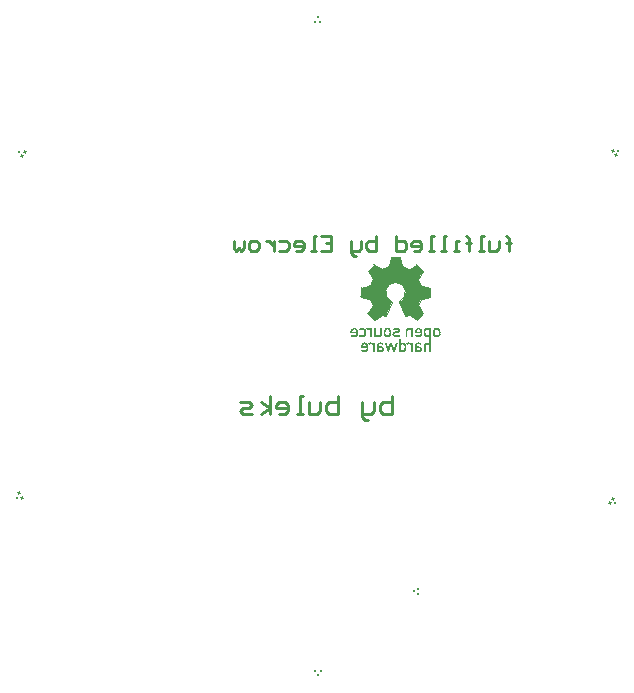
<source format=gbo>
G04*
G04 #@! TF.GenerationSoftware,Altium Limited,CircuitMaker,2.3.0 (2.3.0.3)*
G04*
G04 Layer_Color=13813960*
%FSLAX25Y25*%
%MOIN*%
G70*
G04*
G04 #@! TF.SameCoordinates,DFAF08F0-1B05-4ABB-8EC1-2A918C0C2617*
G04*
G04*
G04 #@! TF.FilePolarity,Positive*
G04*
G01*
G75*
%ADD12C,0.01000*%
%ADD105C,0.00050*%
%ADD106R,0.00689X0.00689*%
%ADD107R,0.00886X0.00984*%
%ADD108R,0.00886X0.00886*%
%ADD109R,0.00689X0.00689*%
%ADD110R,0.00984X0.00886*%
G04:AMPARAMS|DCode=111|XSize=6.89mil|YSize=6.89mil|CornerRadius=0mil|HoleSize=0mil|Usage=FLASHONLY|Rotation=240.000|XOffset=0mil|YOffset=0mil|HoleType=Round|Shape=Rectangle|*
%AMROTATEDRECTD111*
4,1,4,-0.00126,0.00471,0.00471,0.00126,0.00126,-0.00471,-0.00471,-0.00126,-0.00126,0.00471,0.0*
%
%ADD111ROTATEDRECTD111*%

G04:AMPARAMS|DCode=112|XSize=8.86mil|YSize=9.84mil|CornerRadius=0mil|HoleSize=0mil|Usage=FLASHONLY|Rotation=150.000|XOffset=0mil|YOffset=0mil|HoleType=Round|Shape=Rectangle|*
%AMROTATEDRECTD112*
4,1,4,0.00630,0.00205,0.00137,-0.00648,-0.00630,-0.00205,-0.00137,0.00648,0.00630,0.00205,0.0*
%
%ADD112ROTATEDRECTD112*%

%ADD113P,0.01253X4X285.0*%
G04:AMPARAMS|DCode=114|XSize=6.89mil|YSize=6.89mil|CornerRadius=0mil|HoleSize=0mil|Usage=FLASHONLY|Rotation=120.000|XOffset=0mil|YOffset=0mil|HoleType=Round|Shape=Rectangle|*
%AMROTATEDRECTD114*
4,1,4,0.00471,-0.00126,-0.00126,-0.00471,-0.00471,0.00126,0.00126,0.00471,0.00471,-0.00126,0.0*
%
%ADD114ROTATEDRECTD114*%

G04:AMPARAMS|DCode=115|XSize=8.86mil|YSize=9.84mil|CornerRadius=0mil|HoleSize=0mil|Usage=FLASHONLY|Rotation=30.000|XOffset=0mil|YOffset=0mil|HoleType=Round|Shape=Rectangle|*
%AMROTATEDRECTD115*
4,1,4,-0.00137,-0.00648,-0.00630,0.00205,0.00137,0.00648,0.00630,-0.00205,-0.00137,-0.00648,0.0*
%
%ADD115ROTATEDRECTD115*%

%ADD116P,0.01253X4X165.0*%
G36*
X155372Y150780D02*
X155408Y150694D01*
X155942Y147906D01*
X155939Y147906D01*
X155975Y147820D01*
X156032Y147796D01*
X158366Y146829D01*
X158424Y146806D01*
X158510Y146841D01*
X160859Y148434D01*
X160857Y148437D01*
X160943Y148472D01*
X161057Y148425D01*
X163057Y146407D01*
X163066Y146416D01*
X163113Y146301D01*
X163078Y146216D01*
X161485Y143867D01*
X161482Y143868D01*
X161447Y143782D01*
X161471Y143725D01*
X162437Y141391D01*
X162437D01*
X162461Y141333D01*
X162547Y141298D01*
X165334Y140763D01*
X165335Y140766D01*
X165421Y140731D01*
X165468Y140616D01*
X165456Y137776D01*
X165468D01*
X165421Y137661D01*
X165335Y137625D01*
X162548Y137091D01*
X162547Y137094D01*
X162461Y137058D01*
X162437Y137001D01*
X161471Y134667D01*
X161447Y134609D01*
X161482Y134523D01*
X163075Y132174D01*
X163078Y132176D01*
X163113Y132090D01*
X163066Y131975D01*
X161049Y129976D01*
X161057Y129967D01*
X160943Y129919D01*
X160857Y129955D01*
X158508Y131548D01*
X158510Y131551D01*
X158424Y131586D01*
X158366Y131562D01*
X157297Y131120D01*
X157240Y131096D01*
X157125Y131143D01*
X157101Y131201D01*
X155133Y136021D01*
X155110Y136078D01*
X155157Y136193D01*
X155209Y136214D01*
X155210Y136212D01*
X155492Y136329D01*
X156178Y136855D01*
X156704Y137540D01*
X157035Y138339D01*
X157148Y139196D01*
X157035Y140053D01*
X156704Y140851D01*
X156178Y141537D01*
X155492Y142063D01*
X154694Y142394D01*
X153837Y142507D01*
X152980Y142394D01*
X152182Y142063D01*
X151496Y141537D01*
X150970Y140851D01*
X150639Y140053D01*
X150526Y139196D01*
X150639Y138339D01*
X150970Y137540D01*
X151496Y136855D01*
X152182Y136329D01*
X152463Y136212D01*
X152465Y136214D01*
X152517Y136193D01*
X152564Y136078D01*
X152541Y136021D01*
X150573Y131201D01*
X150549Y131143D01*
X150434Y131096D01*
X150376Y131120D01*
X149308Y131562D01*
X149250Y131586D01*
X149164Y131551D01*
X146815Y129957D01*
X146817Y129955D01*
X146731Y129919D01*
X146617Y129967D01*
X144617Y131984D01*
X144608Y131975D01*
X144561Y132090D01*
X144596Y132176D01*
X146189Y134525D01*
X146192Y134523D01*
X146227Y134609D01*
X146203Y134667D01*
X145237Y137001D01*
X145237D01*
X145213Y137058D01*
X145127Y137094D01*
X142340Y137628D01*
X142339Y137625D01*
X142253Y137661D01*
X142206Y137776D01*
Y137776D01*
X142218Y140616D01*
X142206D01*
X142253Y140731D01*
X142339Y140766D01*
X145126Y141301D01*
X145127Y141298D01*
X145213Y141333D01*
X145237Y141391D01*
X146203Y143725D01*
X146227Y143783D01*
X146192Y143868D01*
X144599Y146217D01*
X144596Y146216D01*
X144561Y146301D01*
X144608Y146416D01*
X146625Y148416D01*
X146617Y148425D01*
X146731Y148472D01*
X146817Y148437D01*
X149166Y146844D01*
X149164Y146841D01*
X149250Y146806D01*
X149308Y146829D01*
X151642Y147796D01*
X151699Y147820D01*
X151735Y147906D01*
X152269Y150693D01*
X152266Y150694D01*
X152302Y150780D01*
X152417Y150827D01*
X152417D01*
X155257Y150815D01*
Y150827D01*
X155257D01*
X155372Y150780D01*
D02*
G37*
G36*
X167875Y127377D02*
X167875Y127377D01*
X168049Y127343D01*
X168137Y127284D01*
X168138Y127286D01*
X168339Y127152D01*
X168338Y127151D01*
X168473Y127061D01*
X168499Y127022D01*
X168500Y127022D01*
X168735Y126670D01*
X168754Y126572D01*
X168753Y126572D01*
X168815Y126262D01*
X168808Y126262D01*
X168861Y125854D01*
X168858Y125826D01*
X168859Y125826D01*
X168863Y125796D01*
X168808Y125382D01*
X168815Y125382D01*
X168753Y125070D01*
X168754Y125069D01*
X168735Y124972D01*
X168500Y124620D01*
X168498Y124622D01*
X168466Y124575D01*
X168338Y124489D01*
X168339Y124488D01*
X168139Y124355D01*
X168138Y124357D01*
X168056Y124302D01*
X167875Y124266D01*
Y124266D01*
X167560Y124204D01*
X167545Y124207D01*
X167545Y124207D01*
X167531Y124204D01*
X167219Y124266D01*
X167039Y124302D01*
X166957Y124357D01*
X166956Y124354D01*
X166755Y124489D01*
X166756Y124489D01*
X166622Y124579D01*
X166594Y124621D01*
X166592Y124620D01*
X166359Y124969D01*
X166339Y125070D01*
X166340Y125070D01*
X166278Y125382D01*
X166285Y125382D01*
X166230Y125796D01*
X166234Y125826D01*
X166235Y125826D01*
X166232Y125854D01*
X166285Y126262D01*
X166278Y126262D01*
X166340Y126571D01*
X166339Y126572D01*
X166359Y126672D01*
X166592Y127022D01*
X166592Y127022D01*
X166615Y127057D01*
X166756Y127151D01*
X166755Y127152D01*
X166956Y127286D01*
X166958Y127284D01*
X167046Y127343D01*
X167219Y127377D01*
X167219Y127377D01*
X167531Y127439D01*
X167545Y127437D01*
X167545Y127437D01*
X167560Y127440D01*
X167875Y127377D01*
D02*
G37*
G36*
X151455Y127377D02*
Y127377D01*
X151629Y127343D01*
X151717Y127284D01*
X151718Y127286D01*
X151919Y127152D01*
X151918Y127151D01*
X152053Y127061D01*
X152079Y127022D01*
X152080Y127022D01*
X152315Y126670D01*
X152334Y126572D01*
X152333Y126572D01*
X152395Y126262D01*
X152388Y126262D01*
X152442Y125854D01*
X152438Y125826D01*
X152439Y125826D01*
X152443Y125796D01*
X152388Y125382D01*
X152395Y125382D01*
X152333Y125070D01*
X152334Y125069D01*
X152315Y124972D01*
X152080Y124620D01*
X152078Y124622D01*
X152047Y124575D01*
X151918Y124489D01*
X151919Y124488D01*
X151719Y124355D01*
X151718Y124357D01*
X151636Y124302D01*
X151455Y124266D01*
X151140Y124204D01*
X151125Y124207D01*
X151126Y124207D01*
X151111Y124204D01*
X150800Y124266D01*
Y124266D01*
X150619Y124302D01*
X150537Y124357D01*
X150536Y124354D01*
X150335Y124489D01*
X150336Y124489D01*
X150202Y124579D01*
X150174Y124621D01*
X150172Y124620D01*
X149939Y124969D01*
X149919Y125070D01*
X149920Y125070D01*
X149858Y125382D01*
X149865Y125382D01*
X149811Y125796D01*
X149814Y125826D01*
X149815Y125826D01*
X149812Y125854D01*
X149865Y126262D01*
X149858Y126262D01*
X149920Y126571D01*
X149919Y126572D01*
X149939Y126672D01*
X150172Y127022D01*
X150172Y127022D01*
X150195Y127057D01*
X150336Y127151D01*
X150335Y127152D01*
X150537Y127286D01*
X150538Y127284D01*
X150626Y127343D01*
X150800Y127377D01*
X150800Y127377D01*
X151111Y127439D01*
X151126Y127437D01*
X151125Y127437D01*
X151140Y127440D01*
X151455Y127377D01*
D02*
G37*
G36*
X143176Y127336D02*
X143177Y127340D01*
X143214Y127332D01*
X143637Y127049D01*
X143634Y127046D01*
X143703Y126999D01*
X143819Y126825D01*
X143819Y126825D01*
X143952Y126626D01*
X143967Y126554D01*
X143972Y126556D01*
X144039Y126215D01*
X144037Y126215D01*
X144087Y125832D01*
X144085Y125819D01*
X144085Y125819D01*
X144087Y125805D01*
X144037Y125423D01*
X144039Y125423D01*
X143972Y125082D01*
X143967Y125084D01*
X143953Y125014D01*
X143819Y124814D01*
X143819Y124814D01*
X143706Y124645D01*
X143633Y124596D01*
X143637Y124592D01*
X143219Y124313D01*
X143177Y124305D01*
X143175Y124309D01*
X142663Y124207D01*
X142656Y124208D01*
X142657Y124208D01*
X142649Y124207D01*
X142322Y124272D01*
X142322Y124272D01*
X142126Y124311D01*
X142021Y124381D01*
X142020Y124378D01*
X141596Y124661D01*
X141530Y124761D01*
X142000Y125182D01*
X141999Y125182D01*
X142001Y125183D01*
X142000Y125182D01*
X142066Y125082D01*
X142287Y124934D01*
X142287Y124934D01*
X142340Y124899D01*
X142626Y124842D01*
X142632Y124843D01*
X142632Y124841D01*
X142652Y124837D01*
X142990Y124905D01*
X142989Y124907D01*
X143004Y124910D01*
X143210Y125048D01*
X143241Y125094D01*
X143241Y125095D01*
X143368Y125286D01*
X143391Y125397D01*
X143392Y125397D01*
X143471Y125793D01*
X143466Y125819D01*
X143466Y125818D01*
X143471Y125844D01*
X143392Y126242D01*
X143391Y126242D01*
X143368Y126355D01*
X143240Y126546D01*
X143241Y126546D01*
X143209Y126593D01*
X143003Y126732D01*
X142989Y126734D01*
X142990Y126737D01*
X142652Y126804D01*
X142632Y126800D01*
X142632Y126799D01*
X142627Y126800D01*
X142339Y126743D01*
X142289Y126709D01*
X142289Y126708D01*
X142062Y126557D01*
X141999Y126463D01*
X141541Y126872D01*
X141530Y126881D01*
X141597Y126981D01*
X142020Y127264D01*
X142022Y127262D01*
X142129Y127334D01*
X142322Y127372D01*
Y127372D01*
X142649Y127437D01*
X142657Y127436D01*
X142656Y127436D01*
X142663Y127438D01*
X143176Y127336D01*
D02*
G37*
G36*
X158654Y127346D02*
X158672Y127334D01*
X158670Y127329D01*
X158948Y127143D01*
X159014Y127044D01*
X159024Y127042D01*
Y127374D01*
X159648D01*
Y124271D01*
X159024D01*
Y126119D01*
X159037Y126118D01*
X159040Y126132D01*
X158987Y126400D01*
X158981Y126399D01*
X158881Y126641D01*
X158881Y126641D01*
X158878Y126647D01*
X158650Y126742D01*
X158654Y126751D01*
X158414Y126798D01*
X158405Y126797D01*
X158405Y126796D01*
X158398Y126798D01*
X158162Y126751D01*
X158166Y126741D01*
X157940Y126648D01*
X157937Y126641D01*
X157937Y126641D01*
X157837Y126399D01*
X157831Y126400D01*
X157778Y126132D01*
X157781Y126118D01*
X157794Y124271D01*
X157170D01*
Y126334D01*
X157144Y126333D01*
X157143Y126340D01*
X157191Y126581D01*
X157191Y126581D01*
X157236Y126804D01*
X157236Y126805D01*
X157239Y126804D01*
X157428Y127087D01*
X157504Y127138D01*
X157502Y127141D01*
X157832Y127361D01*
X157840Y127363D01*
X157843Y127356D01*
X158204Y127428D01*
X158204Y127427D01*
X158224Y127431D01*
X158654Y127346D01*
D02*
G37*
G36*
X145100D02*
X145118Y127334D01*
X145116Y127329D01*
X145395Y127143D01*
X145461Y127044D01*
X145470Y127042D01*
Y127374D01*
X146095D01*
Y124271D01*
X145470D01*
Y126136D01*
X145483Y126135D01*
X145487Y126154D01*
X145432Y126433D01*
X145424Y126430D01*
X145341Y126630D01*
X145298Y126649D01*
X145286Y126635D01*
X145116Y126748D01*
X144867Y126798D01*
X144867Y126798D01*
X144866Y126833D01*
X144659Y126747D01*
X144654Y126758D01*
X144632Y126754D01*
X144452Y126634D01*
X144003Y127170D01*
X144000Y127173D01*
X144277Y127358D01*
X144313Y127365D01*
X144314Y127361D01*
X144651Y127428D01*
X144651Y127428D01*
X144651Y127427D01*
X144671Y127431D01*
X145100Y127346D01*
D02*
G37*
G36*
X161470Y127433D02*
X161470Y127432D01*
X161920Y127343D01*
X161924Y127351D01*
X161925Y127351D01*
X162343Y127072D01*
X162339Y127067D01*
X162404Y127024D01*
X162517Y126855D01*
X162517Y126855D01*
X162634Y126681D01*
X162654Y126579D01*
X162659Y126581D01*
X162729Y126229D01*
X162724Y126228D01*
X162777Y125826D01*
X162775Y125810D01*
X162775Y125810D01*
X162777Y125792D01*
X162722Y125372D01*
X162725Y125372D01*
X162654Y125010D01*
X162647Y125012D01*
X162633Y124942D01*
X162498Y124739D01*
X162498D01*
X162421Y124624D01*
X162302Y124544D01*
X162302Y124544D01*
X161967Y124320D01*
X161851Y124297D01*
X161850Y124301D01*
X161375Y124206D01*
X161375Y124204D01*
X161371Y124203D01*
X160763Y124324D01*
X160765Y124330D01*
X160750Y124333D01*
X160498Y124502D01*
X160498Y124502D01*
X160317Y124622D01*
X160246Y124728D01*
X160705Y125120D01*
X160694Y125109D01*
X160706Y125091D01*
X161018Y124882D01*
X161018Y124882D01*
X161033Y124872D01*
X161382Y124803D01*
X161387Y124804D01*
X161387Y124805D01*
X161398Y124803D01*
X161684Y124860D01*
X161684Y124861D01*
X161717Y124868D01*
X161924Y125005D01*
X161945Y124982D01*
X161967Y124992D01*
X162075Y125251D01*
X162082Y125248D01*
X162145Y125567D01*
X162141Y125587D01*
X160193Y125586D01*
Y126100D01*
X160170Y126099D01*
X160165Y126122D01*
X160269Y126647D01*
X160271Y126646D01*
X160274Y126661D01*
X160525Y127037D01*
X160567Y127065D01*
X160564Y127069D01*
X160970Y127341D01*
X160982Y127343D01*
X160984Y127340D01*
X161461Y127435D01*
X161470Y127433D01*
D02*
G37*
G36*
X140078D02*
X140078Y127432D01*
X140528Y127343D01*
X140532Y127351D01*
X140533Y127351D01*
X140951Y127072D01*
X140947Y127067D01*
X141012Y127024D01*
X141125Y126855D01*
X141125Y126855D01*
X141241Y126681D01*
X141261Y126579D01*
X141266Y126581D01*
X141336Y126229D01*
X141332Y126228D01*
X141384Y125827D01*
X141382Y125810D01*
X141382Y125810D01*
X141384Y125792D01*
X141329Y125372D01*
X141333Y125372D01*
X141261Y125010D01*
X141255Y125012D01*
X141241Y124942D01*
X141105Y124739D01*
X141028Y124624D01*
X140909Y124544D01*
X140909Y124544D01*
X140574Y124320D01*
X140459Y124297D01*
X140457Y124301D01*
X139983Y124206D01*
X139983Y124204D01*
X139978Y124203D01*
X139370Y124324D01*
X139373Y124330D01*
X139358Y124333D01*
X139106Y124502D01*
X139105Y124502D01*
X138924Y124622D01*
X138854Y124728D01*
X139313Y125120D01*
X139301Y125109D01*
X139313Y125091D01*
X139626Y124882D01*
X139626Y124882D01*
X139641Y124872D01*
X139989Y124803D01*
X139995Y124804D01*
X139994Y124805D01*
X140005Y124803D01*
X140291Y124860D01*
X140291Y124861D01*
X140325Y124868D01*
X140531Y125005D01*
X140553Y124982D01*
X140575Y124992D01*
X140682Y125251D01*
X140689Y125248D01*
X140753Y125567D01*
X140749Y125587D01*
X138801Y125586D01*
Y126100D01*
X138777Y126099D01*
X138773Y126123D01*
X138877Y126647D01*
X138879Y126646D01*
X138882Y126661D01*
X139133Y127037D01*
X139175Y127065D01*
X139171Y127069D01*
X139578Y127341D01*
X139590Y127343D01*
X139592Y127340D01*
X140068Y127435D01*
X140078Y127433D01*
D02*
G37*
G36*
X154083Y127452D02*
X154082Y127438D01*
X154099Y127441D01*
X154537Y127354D01*
X154537Y127353D01*
X154671Y127326D01*
X154908Y127168D01*
X154908Y127167D01*
X155014Y127097D01*
X155164Y126871D01*
X155170Y126873D01*
X155182Y126854D01*
X155258Y126473D01*
X155254Y126453D01*
X155257Y126436D01*
X155189Y126091D01*
X155187Y126092D01*
X155186Y126085D01*
X155028Y125850D01*
X154989Y125823D01*
X154991Y125821D01*
X154722Y125642D01*
X154704Y125638D01*
X154704Y125636D01*
X154346Y125564D01*
X153796Y125523D01*
X153795Y125529D01*
X153628Y125496D01*
X153629Y125494D01*
X153503Y125441D01*
X153505Y125438D01*
X153475Y125426D01*
X153439Y125340D01*
X153439Y125340D01*
X153392Y125224D01*
X153394Y125219D01*
X153391Y125220D01*
X153387Y125212D01*
X153457Y125044D01*
X153455Y125043D01*
X153490Y124959D01*
X153588Y124919D01*
X153588Y124919D01*
X153662Y124870D01*
X153786Y124845D01*
X153786Y124845D01*
X154018Y124799D01*
X154028Y124801D01*
X154028Y124795D01*
X154041Y124793D01*
X154567Y124898D01*
X154569Y124895D01*
X155025Y125200D01*
X155443Y124787D01*
X155464Y124765D01*
X154823Y124336D01*
X154821Y124336D01*
X154818Y124342D01*
X154089Y124197D01*
X154077Y124200D01*
X154077Y124201D01*
X154060Y124198D01*
X153579Y124294D01*
X153579Y124294D01*
X153392Y124331D01*
X153165Y124483D01*
X153165Y124483D01*
X153015Y124583D01*
X152882Y124782D01*
X152880Y124781D01*
X152841Y124839D01*
X152775Y125172D01*
X152778Y125189D01*
X152772Y125189D01*
X152770Y125198D01*
X152837Y125533D01*
X152837Y125533D01*
X152851Y125603D01*
X152998Y125823D01*
X152998Y125822D01*
X153040Y125886D01*
X153270Y126039D01*
X153272Y126040D01*
X153270Y126045D01*
X153278Y126050D01*
X153467Y126088D01*
X153467Y126088D01*
X153690Y126132D01*
X154204Y126154D01*
X154205Y126146D01*
X154405Y126185D01*
X154404Y126187D01*
X154542Y126244D01*
X154545Y126241D01*
X154550Y126243D01*
X154594Y126349D01*
X154593Y126349D01*
X154634Y126447D01*
X154640Y126446D01*
X154643Y126455D01*
X154534Y126721D01*
X154511Y126730D01*
X154510Y126729D01*
X154337Y126801D01*
X154336Y126795D01*
X154102Y126842D01*
X154082Y126838D01*
X154083Y126840D01*
X154063Y126845D01*
X153627Y126758D01*
X153619Y126778D01*
X153618Y126778D01*
X153252Y126533D01*
X152866Y126988D01*
X152859Y126996D01*
X153336Y127314D01*
X153375Y127322D01*
X153378Y127317D01*
X153705Y127382D01*
X153705Y127383D01*
X154070Y127455D01*
X154083Y127452D01*
D02*
G37*
G36*
X164270Y127431D02*
X164269Y127428D01*
X164281Y127430D01*
X164692Y127348D01*
X164715Y127334D01*
X164714Y127331D01*
X165038Y127115D01*
X165079Y127054D01*
X165071Y127374D01*
X165695D01*
Y119332D01*
X165071D01*
Y121180D01*
X165085Y121180D01*
X165088Y121194D01*
X165034Y121462D01*
X165029Y121460D01*
X164928Y121702D01*
X164929Y121702D01*
X164926Y121709D01*
X164698Y121803D01*
X164702Y121812D01*
X164461Y121860D01*
X164453Y121858D01*
X164453Y121858D01*
X164446Y121860D01*
X164210Y121813D01*
X164214Y121803D01*
X163988Y121710D01*
X163985Y121702D01*
X163985Y121702D01*
X163885Y121460D01*
X163879Y121462D01*
X163826Y121194D01*
X163828Y121180D01*
X163842Y119332D01*
X163218D01*
Y121395D01*
X163192Y121395D01*
X163191Y121402D01*
X163239Y121643D01*
X163239Y121643D01*
X163283Y121866D01*
X163284Y121867D01*
X163287Y121865D01*
X163476Y122149D01*
X163552Y122199D01*
X163550Y122202D01*
X163880Y122423D01*
X163888Y122424D01*
X163891Y122418D01*
X164252Y122490D01*
X164252Y122489D01*
X164272Y122493D01*
X164701Y122407D01*
X164719Y122395D01*
X164717Y122390D01*
X164996Y122204D01*
X165062Y122105D01*
X165071Y122104D01*
X165071Y124567D01*
X165091Y124580D01*
X165071Y124599D01*
Y124567D01*
X164709Y124325D01*
X164708Y124326D01*
X164654Y124290D01*
X164285Y124216D01*
X164269Y124219D01*
X164270Y124213D01*
X164261Y124212D01*
X164005Y124263D01*
Y124263D01*
X163853Y124293D01*
X163778Y124343D01*
X163777Y124342D01*
X163515Y124518D01*
X163437Y124634D01*
X163437Y124634D01*
X163301Y124838D01*
X163264Y125024D01*
X163264Y125024D01*
X163202Y125333D01*
X163220Y125334D01*
X163176Y125780D01*
X163180Y125819D01*
X163180Y125819D01*
X163176Y125858D01*
X163220Y126306D01*
X163202Y126307D01*
X163264Y126616D01*
X163264Y126616D01*
X163301Y126803D01*
X163437Y127007D01*
X163436Y127008D01*
X163512Y127121D01*
X163777Y127299D01*
X163778Y127297D01*
X163860Y127352D01*
X164005Y127381D01*
X164005Y127381D01*
X164261Y127432D01*
X164270Y127431D01*
D02*
G37*
G36*
X149280Y125311D02*
X149306Y125311D01*
X149308Y125303D01*
X149260Y125062D01*
X149260Y125062D01*
X149215Y124838D01*
X149212Y124839D01*
X149212Y124838D01*
X149023Y124556D01*
X148947Y124505D01*
X148949Y124503D01*
X148625Y124286D01*
X148609Y124283D01*
X148607Y124288D01*
X148240Y124216D01*
X148241Y124217D01*
X148221Y124213D01*
X147797Y124298D01*
X147778Y124310D01*
X147780Y124315D01*
X147503Y124500D01*
X147438Y124598D01*
X147427Y124599D01*
Y124271D01*
X146803D01*
Y127374D01*
X147427D01*
Y125523D01*
X147413Y125523D01*
X147411Y125509D01*
X147464Y125239D01*
X147470Y125241D01*
X147570Y124999D01*
X147569Y124999D01*
X147571Y124994D01*
X147799Y124900D01*
X147795Y124890D01*
X148031Y124844D01*
X148038Y124845D01*
X148038Y124845D01*
X148046Y124843D01*
X148286Y124891D01*
X148283Y124900D01*
X148513Y124995D01*
X148514Y124999D01*
X148513Y124999D01*
X148614Y125241D01*
X148619Y125239D01*
X148673Y125509D01*
X148670Y125523D01*
X148656Y127374D01*
X149280D01*
Y125311D01*
D02*
G37*
G36*
X165071Y124567D02*
D01*
D01*
D01*
D01*
D02*
G37*
G36*
X158546Y122407D02*
X158564Y122395D01*
X158562Y122390D01*
X158841Y122204D01*
X158907Y122105D01*
X158916Y122104D01*
Y122435D01*
X159540D01*
Y119332D01*
X158916D01*
Y121197D01*
X158929Y121197D01*
X158933Y121216D01*
X158878Y121495D01*
X158870Y121492D01*
X158787Y121692D01*
X158744Y121710D01*
X158732Y121696D01*
X158562Y121810D01*
X158313Y121860D01*
X158312Y121860D01*
X158312Y121895D01*
X158104Y121809D01*
X158100Y121820D01*
X158078Y121816D01*
X157898Y121695D01*
X157449Y122232D01*
X157446Y122235D01*
X157723Y122420D01*
X157759Y122427D01*
X157760Y122423D01*
X158097Y122490D01*
X158097Y122490D01*
X158097Y122489D01*
X158117Y122493D01*
X158546Y122407D01*
D02*
G37*
G36*
X145891D02*
X145909Y122395D01*
X145907Y122390D01*
X146186Y122204D01*
X146251Y122105D01*
X146261Y122104D01*
Y122435D01*
X146885D01*
Y119332D01*
X146261D01*
Y121197D01*
X146274Y121197D01*
X146278Y121216D01*
X146222Y121495D01*
X146215Y121492D01*
X146132Y121692D01*
X146088Y121710D01*
X146077Y121696D01*
X145907Y121810D01*
X145657Y121860D01*
X145657Y121860D01*
X145657Y121895D01*
X145449Y121809D01*
X145445Y121820D01*
X145423Y121816D01*
X145243Y121695D01*
X144794Y122232D01*
X144791Y122235D01*
X145068Y122420D01*
X145103Y122427D01*
X145105Y122423D01*
X145442Y122490D01*
X145442Y122490D01*
X145442Y122489D01*
X145462Y122493D01*
X145891Y122407D01*
D02*
G37*
G36*
X143474Y122494D02*
X143474Y122494D01*
X143925Y122404D01*
X143928Y122413D01*
X143930Y122413D01*
X144347Y122133D01*
X144344Y122129D01*
X144408Y122086D01*
X144521Y121917D01*
X144521Y121917D01*
X144638Y121743D01*
X144658Y121641D01*
X144663Y121642D01*
X144733Y121291D01*
X144728Y121290D01*
X144781Y120888D01*
X144779Y120872D01*
X144779Y120872D01*
X144781Y120853D01*
X144726Y120434D01*
X144730Y120433D01*
X144658Y120071D01*
X144651Y120074D01*
X144637Y120003D01*
X144502Y119801D01*
X144425Y119685D01*
X144306Y119606D01*
X144306Y119605D01*
X143971Y119381D01*
X143855Y119359D01*
X143854Y119362D01*
X143380Y119268D01*
X143380Y119266D01*
X143375Y119265D01*
X142767Y119386D01*
X142769Y119392D01*
X142755Y119395D01*
X142502Y119563D01*
X142502Y119563D01*
X142321Y119684D01*
X142250Y119790D01*
X142710Y120182D01*
X142698Y120170D01*
X142710Y120153D01*
X143022Y119944D01*
X143022Y119944D01*
X143038Y119934D01*
X143386Y119864D01*
X143391Y119866D01*
X143391Y119867D01*
X143402Y119865D01*
X143688Y119922D01*
X143688Y119922D01*
X143721Y119929D01*
X143928Y120067D01*
X143949Y120044D01*
X143971Y120053D01*
X144079Y120312D01*
X144086Y120310D01*
X144149Y120629D01*
X144145Y120648D01*
X142198Y120648D01*
Y121161D01*
X142174Y121161D01*
X142169Y121184D01*
X142273Y121709D01*
X142275Y121708D01*
X142278Y121723D01*
X142529Y122099D01*
X142571Y122127D01*
X142568Y122131D01*
X142974Y122402D01*
X142987Y122405D01*
X142988Y122402D01*
X143465Y122496D01*
X143474Y122494D01*
D02*
G37*
G36*
X161519Y122500D02*
X161518Y122493D01*
X161555Y122500D01*
X161834Y122445D01*
X161834Y122445D01*
X162095Y122393D01*
X162116Y122378D01*
X162115Y122376D01*
X162446Y122154D01*
X162538Y122017D01*
X162061Y121642D01*
X162010Y121767D01*
X161847Y121834D01*
X161849Y121841D01*
X161686Y121873D01*
X161686Y121874D01*
X161496Y121912D01*
X161488Y121910D01*
X161489Y121900D01*
X161448Y121908D01*
X161216Y121862D01*
X161214Y121875D01*
X161019Y121794D01*
X161020Y121792D01*
X160947Y121762D01*
X160905Y121662D01*
X160906Y121662D01*
X160836Y121493D01*
X160842Y121481D01*
X160869Y121153D01*
X161709D01*
X161709Y121176D01*
X161718Y121178D01*
X162138Y121094D01*
X162137Y121090D01*
X162180Y121082D01*
X162438Y120909D01*
X162449Y120893D01*
X162450Y120894D01*
X162634Y120619D01*
X162639Y120594D01*
X162639Y120594D01*
X162709Y120243D01*
X162706Y120232D01*
X162705Y120232D01*
X162707Y120220D01*
X162635Y119853D01*
X162634Y119852D01*
X162631Y119853D01*
X162446Y119578D01*
X162408Y119552D01*
X162413Y119548D01*
X162137Y119364D01*
X162079Y119353D01*
X162080Y119349D01*
X161626Y119258D01*
X161626Y119254D01*
X161613Y119251D01*
X161355Y119303D01*
X161355Y119303D01*
X161135Y119347D01*
X161141Y119362D01*
X160941Y119445D01*
X160880Y119594D01*
X160869Y119595D01*
Y119321D01*
X160265D01*
Y121446D01*
X160237Y121446D01*
X160289Y121708D01*
X160289Y121708D01*
X160333Y121931D01*
X160337Y121936D01*
X160341Y121934D01*
X160341Y121934D01*
X160503Y122177D01*
X160609Y122248D01*
X160609Y122248D01*
X160800Y122375D01*
X161008Y122416D01*
X161008Y122417D01*
X161474Y122510D01*
X161519Y122500D01*
D02*
G37*
G36*
X148874D02*
X148872Y122493D01*
X148909Y122500D01*
X149188Y122445D01*
X149188Y122445D01*
X149449Y122393D01*
X149471Y122378D01*
X149470Y122376D01*
X149801Y122154D01*
X149892Y122017D01*
X149416Y121642D01*
X149364Y121767D01*
X149201Y121834D01*
X149203Y121841D01*
X149040Y121873D01*
X149040Y121874D01*
X148851Y121912D01*
X148843Y121910D01*
X148843Y121900D01*
X148802Y121908D01*
X148571Y121862D01*
X148568Y121875D01*
X148373Y121794D01*
X148374Y121792D01*
X148301Y121762D01*
X148260Y121662D01*
X148260Y121662D01*
X148191Y121493D01*
X148196Y121481D01*
X148223Y121153D01*
X149064D01*
X149064Y121176D01*
X149072Y121178D01*
X149493Y121094D01*
X149492Y121090D01*
X149534Y121082D01*
X149793Y120909D01*
X149804Y120893D01*
X149805Y120894D01*
X149988Y120619D01*
X149993Y120594D01*
X149993Y120594D01*
X150063Y120243D01*
X150061Y120232D01*
X150059Y120232D01*
X150062Y120220D01*
X149989Y119853D01*
X149989Y119852D01*
X149985Y119853D01*
X149801Y119578D01*
X149763Y119552D01*
X149767Y119548D01*
X149492Y119364D01*
X149434Y119352D01*
X149435Y119349D01*
X148981Y119258D01*
X148981Y119254D01*
X148968Y119251D01*
X148709Y119303D01*
X148709Y119303D01*
X148489Y119347D01*
X148496Y119362D01*
X148295Y119445D01*
X148234Y119594D01*
X148223Y119595D01*
Y119321D01*
X147619D01*
Y121446D01*
X147591Y121446D01*
X147643Y121708D01*
X147643Y121708D01*
X147687Y121931D01*
X147691Y121936D01*
X147696Y121934D01*
X147696Y121934D01*
X147858Y122177D01*
X147963Y122248D01*
X147963Y122248D01*
X148154Y122375D01*
X148363Y122416D01*
X148363Y122417D01*
X148828Y122510D01*
X148874Y122500D01*
D02*
G37*
G36*
X162062Y121642D02*
X162059Y121641D01*
X162061Y121642D01*
X162062Y121642D01*
D02*
G37*
G36*
X149416D02*
X149414Y121641D01*
X149416Y121642D01*
X149416Y121642D01*
D02*
G37*
G36*
X153564Y119332D02*
X153014D01*
X152365Y121503D01*
X152354D01*
X151704Y119332D01*
X151154D01*
X150162Y122435D01*
X150823D01*
X151417Y120262D01*
X151430D01*
X152131Y122435D01*
X152586D01*
X153289Y120262D01*
X153300D01*
X153896Y122435D01*
X154556D01*
X153564Y119332D01*
D02*
G37*
G36*
X155555Y122134D02*
X155538Y122122D01*
X155555Y122104D01*
Y122134D01*
X155920Y122377D01*
X155921Y122375D01*
X155985Y122418D01*
X156344Y122489D01*
X156358Y122487D01*
X156357Y122493D01*
X156366Y122494D01*
X156624Y122443D01*
X156624Y122443D01*
X156771Y122414D01*
X156852Y122359D01*
X156853Y122361D01*
X157110Y122189D01*
X157190Y122069D01*
X157190Y122070D01*
X157327Y121864D01*
X157364Y121678D01*
X157365Y121678D01*
X157426Y121370D01*
X157408Y121370D01*
X157451Y120926D01*
X157448Y120887D01*
X157449Y120888D01*
X157452Y120849D01*
X157408Y120399D01*
X157427Y120399D01*
X157365Y120087D01*
X157364Y120087D01*
X157327Y119901D01*
X157190Y119695D01*
X157189Y119696D01*
X157107Y119573D01*
X156853Y119404D01*
X156853Y119405D01*
X156778Y119355D01*
X156624Y119324D01*
X156624Y119324D01*
X156366Y119273D01*
X156357Y119275D01*
X156358Y119278D01*
X156346Y119276D01*
X155933Y119358D01*
X155913Y119371D01*
X155914Y119373D01*
X155584Y119593D01*
X155548Y119648D01*
X155555Y119332D01*
X154931D01*
Y123688D01*
X155555D01*
Y122134D01*
D02*
G37*
%LPC*%
G36*
X167562Y126800D02*
X167545Y126796D01*
X167529Y126800D01*
X167253Y126745D01*
X167246Y126740D01*
X167250Y126729D01*
X167069Y126654D01*
X167033Y126565D01*
X167043Y126558D01*
X166946Y126413D01*
X166923Y126295D01*
X166924Y126295D01*
X166886Y126108D01*
X166889Y126108D01*
X166854Y125841D01*
X166857Y125819D01*
X166857D01*
X166858Y125819D01*
X166890Y125819D01*
X166857Y125819D01*
X166855Y125797D01*
X166890Y125531D01*
X166887Y125531D01*
X166924Y125344D01*
X166923Y125344D01*
X166946Y125230D01*
X167043Y125084D01*
X167033Y125077D01*
X167069Y124988D01*
X167250Y124913D01*
X167246Y124902D01*
X167253Y124897D01*
X167529Y124842D01*
X167545Y124845D01*
X167562Y124842D01*
X167841Y124897D01*
X167847Y124902D01*
X167842Y124913D01*
X168018Y124986D01*
X168057Y125078D01*
X168048Y125084D01*
X168145Y125229D01*
X168168Y125345D01*
X168168Y125345D01*
X168205Y125534D01*
X168203Y125534D01*
X168239Y125803D01*
X168236Y125826D01*
X168234Y125826D01*
X168237Y125847D01*
X168202Y126109D01*
X168205Y126110D01*
X168168Y126295D01*
X168168Y126295D01*
X168145Y126412D01*
X168048Y126558D01*
X168057Y126564D01*
X168018Y126656D01*
X167842Y126729D01*
X167847Y126740D01*
X167841Y126744D01*
X167562Y126800D01*
D02*
G37*
G36*
X168858Y125826D02*
X168825Y125826D01*
X168858Y125826D01*
X168858Y125826D01*
D02*
G37*
%LPD*%
G36*
X167545Y126796D02*
X167545Y126796D01*
X167545Y126796D01*
X167545Y126796D01*
D02*
G37*
G36*
Y124845D02*
X167545Y124845D01*
X167545Y124845D01*
X167545Y124845D01*
D02*
G37*
%LPC*%
G36*
X151143Y126800D02*
X151126Y126796D01*
X151109Y126800D01*
X150833Y126745D01*
X150826Y126740D01*
X150830Y126729D01*
X150650Y126654D01*
X150613Y126565D01*
X150623Y126558D01*
X150526Y126413D01*
X150503Y126295D01*
X150504Y126295D01*
X150467Y126108D01*
X150470Y126108D01*
X150434Y125841D01*
X150437Y125819D01*
X150437D01*
X150438Y125819D01*
X150470Y125819D01*
X150437Y125819D01*
X150435Y125797D01*
X150470Y125531D01*
X150467Y125531D01*
X150504Y125344D01*
X150503Y125344D01*
X150526Y125230D01*
X150623Y125084D01*
X150613Y125077D01*
X150649Y124988D01*
X150830Y124913D01*
X150826Y124902D01*
X150833Y124897D01*
X151109Y124842D01*
X151126Y124845D01*
X151143Y124842D01*
X151421Y124897D01*
X151427Y124902D01*
X151422Y124913D01*
X151599Y124986D01*
X151637Y125078D01*
X151628Y125084D01*
X151725Y125229D01*
X151748Y125345D01*
X151748Y125345D01*
X151786Y125534D01*
X151783D01*
X151819Y125803D01*
X151816Y125826D01*
X151814Y125826D01*
X151817Y125847D01*
X151782Y126109D01*
X151785Y126110D01*
X151748Y126295D01*
X151748Y126295D01*
X151725Y126412D01*
X151628Y126558D01*
X151637Y126564D01*
X151599Y126656D01*
X151422Y126729D01*
X151427Y126740D01*
X151421Y126744D01*
X151143Y126800D01*
D02*
G37*
G36*
X152438Y125826D02*
X152405Y125826D01*
X152438Y125826D01*
X152438Y125826D01*
D02*
G37*
%LPD*%
G36*
X151126Y126796D02*
X151125Y126796D01*
X151126Y126796D01*
X151126Y126796D01*
D02*
G37*
G36*
Y124845D02*
X151126Y124845D01*
X151125Y124845D01*
X151126Y124845D01*
D02*
G37*
%LPC*%
G36*
X161478Y126835D02*
X161470Y126833D01*
X161470Y126833D01*
X161462Y126834D01*
X161215Y126785D01*
X161214Y126786D01*
X161213Y126785D01*
X161011Y126651D01*
X161006Y126643D01*
X161006Y126643D01*
X160873Y126444D01*
X160866Y126411D01*
X160863Y126412D01*
X160801Y126100D01*
X162126Y126100D01*
X162143Y126100D01*
X162081Y126412D01*
X162078Y126411D01*
X162071Y126446D01*
X161940Y126643D01*
X161940Y126643D01*
X161935Y126650D01*
X161733Y126784D01*
X161729Y126785D01*
X161729Y126785D01*
X161478Y126835D01*
D02*
G37*
G36*
X140086Y126835D02*
X140078Y126833D01*
X140078Y126833D01*
X140070Y126834D01*
X139822Y126785D01*
X139822Y126786D01*
X139820Y126785D01*
X139619Y126651D01*
X139613Y126643D01*
X139613Y126643D01*
X139480Y126444D01*
X139474Y126411D01*
X139471Y126412D01*
X139409Y126100D01*
X140733Y126100D01*
X140750Y126100D01*
X140688Y126412D01*
X140685Y126411D01*
X140678Y126447D01*
X140547Y126643D01*
X140547Y126643D01*
X140543Y126650D01*
X140341Y126784D01*
X140336Y126785D01*
X140336Y126785D01*
X140086Y126835D01*
D02*
G37*
G36*
X155254Y126453D02*
X155254Y126452D01*
X155254Y126453D01*
X155254Y126453D01*
D02*
G37*
G36*
X164449Y126804D02*
X164261Y126767D01*
X164259Y126776D01*
X164105Y126713D01*
X164105Y126712D01*
X164005Y126671D01*
X163927Y126482D01*
X163923Y126483D01*
X163795Y125840D01*
X163800Y125818D01*
X163801Y125819D01*
X163796Y125796D01*
X163923Y125156D01*
X163927Y125157D01*
X164004Y124971D01*
X164105Y124929D01*
X164105Y124929D01*
X164259Y124865D01*
X164261Y124875D01*
X164449Y124837D01*
X164459Y124839D01*
X164459Y124840D01*
X164468Y124838D01*
X164656Y124876D01*
X164658Y124867D01*
X164812Y124930D01*
X164812Y124931D01*
X164907Y124970D01*
X164989Y125168D01*
X164991Y125167D01*
X165119Y125811D01*
X165117Y125819D01*
X165118Y125819D01*
X165119Y125826D01*
X164991Y126473D01*
X164989Y126472D01*
X164906Y126671D01*
X164812Y126710D01*
X164812Y126711D01*
X164658Y126775D01*
X164656Y126766D01*
X164468Y126803D01*
X164459Y126801D01*
X164459Y126802D01*
X164449Y126804D01*
D02*
G37*
%LPD*%
G36*
X164459Y124840D02*
X164459Y124840D01*
X164459Y124856D01*
X164459Y124840D01*
D02*
G37*
%LPC*%
G36*
X143482Y121896D02*
X143474Y121895D01*
X143474Y121895D01*
X143466Y121896D01*
X143219Y121847D01*
X143219Y121847D01*
X143217Y121847D01*
X143015Y121712D01*
X143010Y121704D01*
X143010Y121704D01*
X142877Y121505D01*
X142870Y121473D01*
X142867Y121474D01*
X142805Y121162D01*
X144130Y121161D01*
X144147Y121162D01*
X144085Y121473D01*
X144082Y121472D01*
X144075Y121508D01*
X143944Y121705D01*
X143944Y121704D01*
X143939Y121711D01*
X143738Y121846D01*
X143733Y121847D01*
X143733Y121847D01*
X143482Y121896D01*
D02*
G37*
G36*
X161596Y120657D02*
X160869Y120639D01*
Y120411D01*
X160855Y120412D01*
X160849Y120385D01*
X160902Y120124D01*
X160903Y120124D01*
X160944Y120025D01*
X160946Y120026D01*
X160966Y119977D01*
X161009Y119959D01*
X161010Y119959D01*
X161222Y119871D01*
X161224Y119889D01*
X161499Y119835D01*
X161551Y119845D01*
X161550Y119855D01*
X161568Y119851D01*
X161810Y119899D01*
X161811Y119896D01*
X162000Y119975D01*
X161996Y119979D01*
X162039Y119997D01*
X162088Y120116D01*
X162088Y120117D01*
X162147Y120260D01*
X162146Y120262D01*
X162144Y120261D01*
X162151Y120277D01*
X162091Y120421D01*
X162091Y120421D01*
X162050Y120521D01*
X161997Y120543D01*
X161999Y120546D01*
X161830Y120616D01*
X161828Y120611D01*
X161596Y120657D01*
D02*
G37*
G36*
X148951D02*
X148223Y120639D01*
Y120411D01*
X148209Y120412D01*
X148204Y120385D01*
X148256Y120124D01*
X148257Y120124D01*
X148298Y120025D01*
X148300Y120026D01*
X148321Y119977D01*
X148363Y119959D01*
X148364Y119959D01*
X148576Y119871D01*
X148579Y119889D01*
X148853Y119835D01*
X148905Y119845D01*
X148904Y119855D01*
X148922Y119851D01*
X149165Y119899D01*
X149166Y119896D01*
X149355Y119975D01*
X149350Y119979D01*
X149393Y119997D01*
X149443Y120116D01*
X149442Y120117D01*
X149502Y120260D01*
X149501Y120262D01*
X149499Y120261D01*
X149505Y120277D01*
X149445Y120421D01*
X149446Y120421D01*
X149404Y120521D01*
X149352Y120543D01*
X149354Y120546D01*
X149184Y120616D01*
X149183Y120611D01*
X148951Y120657D01*
D02*
G37*
G36*
X156176Y121866D02*
X156166Y121864D01*
X156166Y121863D01*
X156157Y121865D01*
X155971Y121828D01*
X155969Y121836D01*
X155816Y121773D01*
X155816Y121772D01*
X155722Y121733D01*
X155640Y121534D01*
X155637Y121535D01*
X155509Y120891D01*
X155510Y120887D01*
X155510Y120888D01*
X155508Y120879D01*
X155637Y120230D01*
X155640Y120231D01*
X155722Y120032D01*
X155816Y119993D01*
X155816Y119992D01*
X155969Y119929D01*
X155971Y119937D01*
X156157Y119900D01*
X156167Y119902D01*
X156166Y119901D01*
X156176Y119899D01*
X156366Y119937D01*
X156368Y119926D01*
X156522Y119990D01*
X156521Y119991D01*
X156623Y120033D01*
X156700Y120219D01*
X156703Y120218D01*
X156832Y120862D01*
X156826Y120887D01*
X156831Y120909D01*
X156704Y121547D01*
X156700Y121546D01*
X156623Y121732D01*
X156521Y121774D01*
X156522Y121775D01*
X156368Y121838D01*
X156366Y121828D01*
X156176Y121866D01*
D02*
G37*
%LPD*%
G36*
X156167Y121863D02*
X156167Y121847D01*
X156166Y121863D01*
X156167Y121863D01*
D02*
G37*
G36*
X156826Y120887D02*
X156826Y120887D01*
X156826Y120888D01*
X156826Y120887D01*
D02*
G37*
D12*
X191567Y153000D02*
Y157165D01*
Y155499D01*
X192400D01*
X190734D01*
X191567D01*
Y157165D01*
X190734Y157998D01*
X188235Y156332D02*
Y153833D01*
X187402Y153000D01*
X184902D01*
Y156332D01*
X183236Y153000D02*
X181570D01*
X182403D01*
Y157998D01*
X183236D01*
X178238Y153000D02*
Y157165D01*
Y155499D01*
X179071D01*
X177405D01*
X178238D01*
Y157165D01*
X177405Y157998D01*
X174906Y153000D02*
X173240D01*
X174073D01*
Y156332D01*
X174906D01*
X170740Y153000D02*
X169074D01*
X169907D01*
Y157998D01*
X170740D01*
X166575Y153000D02*
X164909D01*
X165742D01*
Y157998D01*
X166575D01*
X159911Y153000D02*
X161577D01*
X162410Y153833D01*
Y155499D01*
X161577Y156332D01*
X159911D01*
X159077Y155499D01*
Y154666D01*
X162410D01*
X154079Y157998D02*
Y153000D01*
X156578D01*
X157411Y153833D01*
Y155499D01*
X156578Y156332D01*
X154079D01*
X147415Y157998D02*
Y153000D01*
X144915D01*
X144082Y153833D01*
Y154666D01*
Y155499D01*
X144915Y156332D01*
X147415D01*
X142416D02*
Y153833D01*
X141583Y153000D01*
X139084D01*
Y152167D01*
X139917Y151334D01*
X140750D01*
X139084Y153000D02*
Y156332D01*
X129087Y157998D02*
X132419D01*
Y153000D01*
X129087D01*
X132419Y155499D02*
X130753D01*
X127421Y153000D02*
X125755D01*
X126588D01*
Y157998D01*
X127421D01*
X120756Y153000D02*
X122423D01*
X123256Y153833D01*
Y155499D01*
X122423Y156332D01*
X120756D01*
X119923Y155499D01*
Y154666D01*
X123256D01*
X114925Y156332D02*
X117424D01*
X118257Y155499D01*
Y153833D01*
X117424Y153000D01*
X114925D01*
X113259Y156332D02*
Y153000D01*
Y154666D01*
X112426Y155499D01*
X111593Y156332D01*
X110760D01*
X107428Y153000D02*
X105761D01*
X104928Y153833D01*
Y155499D01*
X105761Y156332D01*
X107428D01*
X108261Y155499D01*
Y153833D01*
X107428Y153000D01*
X103262Y156332D02*
Y153833D01*
X102429Y153000D01*
X101596Y153833D01*
X100763Y153000D01*
X99930Y153833D01*
Y156332D01*
X152800Y104698D02*
Y98700D01*
X149801D01*
X148801Y99700D01*
Y100699D01*
Y101699D01*
X149801Y102699D01*
X152800D01*
X146802D02*
Y99700D01*
X145802Y98700D01*
X142803D01*
Y97700D01*
X143803Y96701D01*
X144803D01*
X142803Y98700D02*
Y102699D01*
X134806Y104698D02*
Y98700D01*
X131807D01*
X130807Y99700D01*
Y100699D01*
Y101699D01*
X131807Y102699D01*
X134806D01*
X128808D02*
Y99700D01*
X127808Y98700D01*
X124809D01*
Y102699D01*
X122810Y98700D02*
X120810D01*
X121810D01*
Y104698D01*
X122810D01*
X114812Y98700D02*
X116812D01*
X117811Y99700D01*
Y101699D01*
X116812Y102699D01*
X114812D01*
X113813Y101699D01*
Y100699D01*
X117811D01*
X111813Y98700D02*
Y104698D01*
Y100699D02*
X108814Y102699D01*
X111813Y100699D02*
X108814Y98700D01*
X105815D02*
X102816D01*
X101816Y99700D01*
X102816Y100699D01*
X104815D01*
X105815Y101699D01*
X104815Y102699D01*
X101816D01*
D105*
X155209Y136214D02*
G03*
X152465Y136214I-1372J2982D01*
G01*
X155209D02*
G03*
X155133Y136021I63J-136D01*
G01*
X157101Y131201D02*
G03*
X157297Y131120I139J57D01*
G01*
X158508Y131548D02*
G03*
X158366Y131562I-84J-124D01*
G01*
X160859Y129957D02*
G03*
X161049Y129976I84J124D01*
G01*
X163057Y131984D02*
G03*
X163075Y132174I-106J106D01*
G01*
X161471Y134667D02*
G03*
X161485Y134525I139J-57D01*
G01*
X162548Y137091D02*
G03*
X162437Y137001I28J-147D01*
G01*
X165334Y137628D02*
G03*
X165456Y137776I-28J147D01*
G01*
Y140616D02*
G03*
X165334Y140763I-150J-0D01*
G01*
X162437Y141391D02*
G03*
X162548Y141301I139J57D01*
G01*
X161485Y143867D02*
G03*
X161471Y143725I124J-84D01*
G01*
X163075Y146217D02*
G03*
X163057Y146407I-124J84D01*
G01*
X161049Y148416D02*
G03*
X160859Y148434I-106J-106D01*
G01*
X158366Y146829D02*
G03*
X158508Y146844I57J139D01*
G01*
X155942Y147906D02*
G03*
X156032Y147796I147J28D01*
G01*
X155404Y150693D02*
G03*
X155257Y150815I-147J-28D01*
G01*
X152417D02*
G03*
X152269Y150693I-0J-150D01*
G01*
X151642Y147796D02*
G03*
X151732Y147906I-57J139D01*
G01*
X149166Y146844D02*
G03*
X149308Y146829I84J124D01*
G01*
X146815Y148434D02*
G03*
X146625Y148416I-84J-124D01*
G01*
X144617Y146407D02*
G03*
X144599Y146217I106J-106D01*
G01*
X146203Y143725D02*
G03*
X146189Y143867I-139J57D01*
G01*
X145126Y141301D02*
G03*
X145237Y141391I-28J147D01*
G01*
X142340Y140763D02*
G03*
X142218Y140616I28J-147D01*
G01*
Y137776D02*
G03*
X142340Y137628I150J-0D01*
G01*
X145237Y137001D02*
G03*
X145126Y137091I-139J-57D01*
G01*
X146189Y134525D02*
G03*
X146203Y134667I-124J84D01*
G01*
X144599Y132174D02*
G03*
X144617Y131984I124J-84D01*
G01*
X146625Y129976D02*
G03*
X146815Y129957I106J106D01*
G01*
X149308Y131562D02*
G03*
X149166Y131548I-57J-139D01*
G01*
X150376Y131120D02*
G03*
X150573Y131201I57J139D01*
G01*
X152541Y136021D02*
G03*
X152465Y136214I-139J57D01*
G01*
X155133Y136021D02*
X157101Y131201D01*
X157297Y131120D02*
X158366Y131562D01*
X158508Y131548D02*
X160859Y129957D01*
X161049Y129976D02*
X163057Y131984D01*
X161485Y134525D02*
X163075Y132174D01*
X161471Y134667D02*
X162437Y137001D01*
X162548Y137091D02*
X165334Y137628D01*
X165456Y137776D02*
Y140616D01*
X162548Y141301D02*
X165334Y140763D01*
X161471Y143725D02*
X162437Y141391D01*
X161485Y143867D02*
X163075Y146217D01*
X161049Y148416D02*
X163057Y146407D01*
X158508Y146844D02*
X160859Y148434D01*
X156032Y147796D02*
X158366Y146829D01*
X155404Y150693D02*
X155942Y147906D01*
X152417Y150815D02*
X155257D01*
X151732Y147906D02*
X152269Y150693D01*
X149308Y146829D02*
X151642Y147796D01*
X146815Y148434D02*
X149166Y146844D01*
X144617Y146407D02*
X146625Y148416D01*
X144599Y146217D02*
X146189Y143867D01*
X145237Y141391D02*
X146203Y143725D01*
X142340Y140763D02*
X145126Y141301D01*
X142218Y137776D02*
Y140616D01*
X142340Y137628D02*
X145126Y137091D01*
X145237Y137001D02*
X146203Y134667D01*
X144599Y132174D02*
X146189Y134525D01*
X144617Y131984D02*
X146625Y129976D01*
X146815Y129957D02*
X149166Y131548D01*
X149308Y131562D02*
X150376Y131120D01*
X150573Y131201D02*
X152541Y136021D01*
D106*
X159862Y39551D02*
D03*
D107*
X161338Y38714D02*
D03*
D108*
Y40437D02*
D03*
X128789Y229336D02*
D03*
X127116Y12938D02*
D03*
D109*
X127903Y230812D02*
D03*
X128002Y11462D02*
D03*
D110*
X127067Y229336D02*
D03*
X128839Y12938D02*
D03*
D111*
X227064Y68973D02*
D03*
X28436Y186027D02*
D03*
D112*
X226204Y70436D02*
D03*
X29296Y184564D02*
D03*
D113*
X225342Y68945D02*
D03*
X30158Y186055D02*
D03*
D114*
X27485Y70688D02*
D03*
X228015Y186312D02*
D03*
D115*
X29182Y70702D02*
D03*
X226318Y186298D02*
D03*
D116*
X28321Y72194D02*
D03*
X227179Y184806D02*
D03*
M02*

</source>
